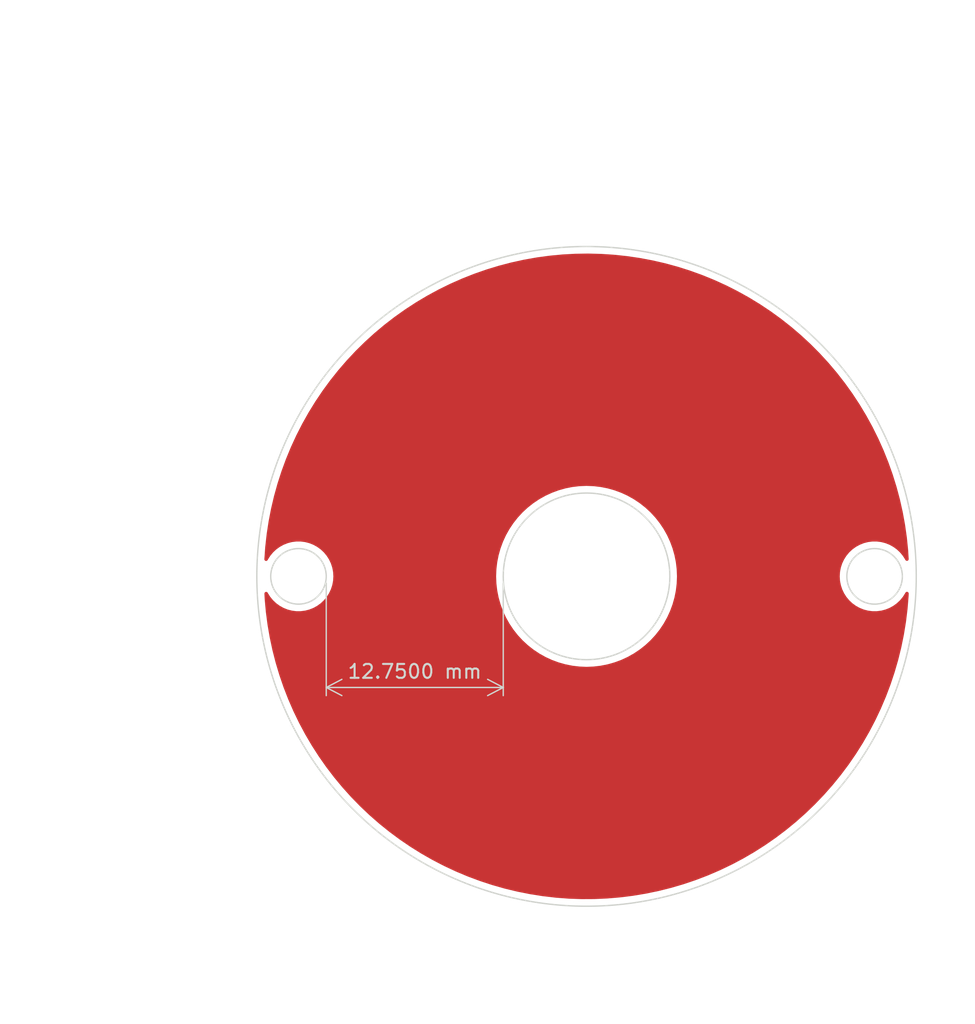
<source format=kicad_pcb>
(kicad_pcb (version 20211014) (generator pcbnew)

  (general
    (thickness 1.6)
  )

  (paper "A4")
  (layers
    (0 "F.Cu" signal)
    (31 "B.Cu" signal)
    (32 "B.Adhes" user "B.Adhesive")
    (33 "F.Adhes" user "F.Adhesive")
    (34 "B.Paste" user)
    (35 "F.Paste" user)
    (36 "B.SilkS" user "B.Silkscreen")
    (37 "F.SilkS" user "F.Silkscreen")
    (38 "B.Mask" user)
    (39 "F.Mask" user)
    (40 "Dwgs.User" user "User.Drawings")
    (41 "Cmts.User" user "User.Comments")
    (42 "Eco1.User" user "User.Eco1")
    (43 "Eco2.User" user "User.Eco2")
    (44 "Edge.Cuts" user)
    (45 "Margin" user)
    (46 "B.CrtYd" user "B.Courtyard")
    (47 "F.CrtYd" user "F.Courtyard")
    (48 "B.Fab" user)
    (49 "F.Fab" user)
    (50 "User.1" user)
    (51 "User.2" user)
    (52 "User.3" user)
    (53 "User.4" user)
    (54 "User.5" user)
    (55 "User.6" user)
    (56 "User.7" user)
    (57 "User.8" user)
    (58 "User.9" user)
  )

  (setup
    (pad_to_mask_clearance 0)
    (pcbplotparams
      (layerselection 0x00010fc_ffffffff)
      (disableapertmacros false)
      (usegerberextensions false)
      (usegerberattributes true)
      (usegerberadvancedattributes true)
      (creategerberjobfile true)
      (svguseinch false)
      (svgprecision 6)
      (excludeedgelayer true)
      (plotframeref false)
      (viasonmask false)
      (mode 1)
      (useauxorigin false)
      (hpglpennumber 1)
      (hpglpenspeed 20)
      (hpglpendiameter 15.000000)
      (dxfpolygonmode true)
      (dxfimperialunits true)
      (dxfusepcbnewfont true)
      (psnegative false)
      (psa4output false)
      (plotreference true)
      (plotvalue true)
      (plotinvisibletext false)
      (sketchpadsonfab false)
      (subtractmaskfromsilk false)
      (outputformat 1)
      (mirror false)
      (drillshape 1)
      (scaleselection 1)
      (outputdirectory "")
    )
  )

  (net 0 "")

  (gr_circle (center 129.25 84.5) (end 131.25 84.5) (layer "Edge.Cuts") (width 0.1) (fill none) (tstamp 16a6fd43-9f0e-44ac-9133-5182c45db8d2))
  (gr_circle (center 170.75 84.5) (end 172.75 84.5) (layer "Edge.Cuts") (width 0.1) (fill none) (tstamp 30a8d4e5-202c-4d57-80d8-c5f2ad3ce2dd))
  (gr_circle (center 150 84.5) (end 144 84.5) (layer "Edge.Cuts") (width 0.1) (fill none) (tstamp b9a9d7d2-4f0b-4e9a-bedb-ef3db267ac8e))
  (gr_circle (center 150 84.5) (end 173.75 84.5) (layer "Edge.Cuts") (width 0.1) (fill none) (tstamp ebadd2a5-21ab-4a7e-b5bc-6f737367e560))
  (gr_line (start 150 84.5) (end 124 84.5) (layer "User.1") (width 0.15) (tstamp 6c1474f6-d415-4c7b-8b59-fc1f9a710de3))
  (gr_line (start 150 84.5) (end 177 84.5) (layer "User.1") (width 0.15) (tstamp 9510165e-3a21-421a-9d20-c6065294b8e2))
  (dimension (type aligned) (layer "Edge.Cuts") (tstamp bc9d2462-5a93-4cbc-995b-c6246bf109ef)
    (pts (xy 131.25 84.5) (xy 144 84.5))
    (height 8)
    (gr_text "12,7500 mm" (at 137.625 91.35) (layer "Edge.Cuts") (tstamp 770267bd-6b08-4ce9-9859-255364603a92)
      (effects (font (size 1 1) (thickness 0.15)))
    )
    (format (units 3) (units_format 1) (precision 4))
    (style (thickness 0.1) (arrow_length 1.27) (text_position_mode 0) (extension_height 0.58642) (extension_offset 0.5) keep_text_aligned)
  )
  (dimension (type aligned) (layer "User.1") (tstamp 17a5c135-13b9-43c9-ab34-a5d32bfab494)
    (pts (xy 126.25 84.5) (xy 150 84.5))
    (height -32.5)
    (gr_text "23,7500 mm" (at 138.125 50.85) (layer "User.1") (tstamp ea41d734-15a4-4b77-8914-ba79d2370ec5)
      (effects (font (size 1 1) (thickness 0.15)))
    )
    (format (units 3) (units_format 1) (precision 4))
    (style (thickness 0.15) (arrow_length 1.27) (text_position_mode 0) (extension_height 0.58642) (extension_offset 0.5) keep_text_aligned)
  )
  (dimension (type aligned) (layer "User.1") (tstamp 7fd315ac-f7ff-493a-b66d-c21006776546)
    (pts (xy 126.25 84.5) (xy 173.75 84.5))
    (height -39.5)
    (gr_text "47,5000 mm" (at 150 43.85) (layer "User.1") (tstamp 9aaaa8fa-18b5-4eb7-81f6-7a4bacda9721)
      (effects (font (size 1 1) (thickness 0.15)))
    )
    (format (units 3) (units_format 1) (precision 4))
    (style (thickness 0.15) (arrow_length 1.27) (text_position_mode 0) (extension_height 0.58642) (extension_offset 0.5) keep_text_aligned)
  )
  (dimension (type aligned) (layer "User.1") (tstamp 8cbb6c57-e33d-447e-ba35-edd9102428e5)
    (pts (xy 126.25 84.5) (xy 129.25 84.5))
    (height -6)
    (gr_text "3,0000 mm" (at 127.75 77.35) (layer "User.1") (tstamp 0868def6-5403-4cbf-93a7-6389dbc95ce3)
      (effects (font (size 1 1) (thickness 0.15)))
    )
    (format (units 3) (units_format 1) (precision 4))
    (style (thickness 0.15) (arrow_length 1.27) (text_position_mode 0) (extension_height 0.58642) (extension_offset 0.5) keep_text_aligned)
  )
  (dimension (type aligned) (layer "User.1") (tstamp db41e836-6945-404a-8e36-2d5f7579c882)
    (pts (xy 173.75 84.5) (xy 170.75 84.5))
    (height 6.5)
    (gr_text "3,0000 mm" (at 172.25 76.85) (layer "User.1") (tstamp c07aea70-6106-44bf-96ff-8e775e4243b1)
      (effects (font (size 1 1) (thickness 0.15)))
    )
    (format (units 3) (units_format 1) (precision 4))
    (style (thickness 0.15) (arrow_length 1.27) (text_position_mode 0) (extension_height 0.58642) (extension_offset 0.5) keep_text_aligned)
  )

  (zone (net 0) (net_name "") (layer "F.Cu") (tstamp ceac91c3-af64-4ba0-b5a6-2d0e1d64c41c) (hatch edge 0.508)
    (connect_pads (clearance 0.508))
    (min_thickness 0.254) (filled_areas_thickness no)
    (fill yes (thermal_gap 0.508) (thermal_bridge_width 0.508))
    (polygon
      (pts
        (xy 178 107.75)
        (xy 125.5 116.75)
        (xy 107.75 82)
        (xy 120 58.75)
        (xy 176.75 58.25)
      )
    )
    (filled_polygon
      (layer "F.Cu")
      (island)
      (pts
        (xy 150.12421 61.258383)
        (xy 150.570068 61.269668)
        (xy 151.051829 61.281863)
        (xy 151.056847 61.282091)
        (xy 151.471112 61.309244)
        (xy 151.982736 61.342778)
        (xy 151.987775 61.34321)
        (xy 152.910482 61.441004)
        (xy 152.9155 61.441638)
        (xy 153.41656 61.515181)
        (xy 153.83353 61.576382)
        (xy 153.838491 61.577212)
        (xy 154.183073 61.64201)
        (xy 154.750427 61.7487)
        (xy 154.755378 61.749735)
        (xy 155.659634 61.957668)
        (xy 155.664539 61.9589)
        (xy 156.559739 62.20296)
        (xy 156.564591 62.204388)
        (xy 157.449268 62.484174)
        (xy 157.454058 62.485795)
        (xy 158.326817 62.800868)
        (xy 158.331539 62.802681)
        (xy 159.190917 63.152512)
        (xy 159.195562 63.154512)
        (xy 160.040249 63.538568)
        (xy 160.04481 63.540754)
        (xy 160.459081 63.749563)
        (xy 160.873364 63.95838)
        (xy 160.87781 63.960732)
        (xy 161.014867 64.036861)
        (xy 161.688979 64.411297)
        (xy 161.69335 64.413841)
        (xy 162.485761 64.896583)
        (xy 162.490027 64.899301)
        (xy 163.262413 65.413444)
        (xy 163.266561 65.416326)
        (xy 163.5074 65.590985)
        (xy 164.017714 65.96107)
        (xy 164.021741 65.964116)
        (xy 164.750437 66.538573)
        (xy 164.754311 66.541755)
        (xy 165.459372 67.144999)
        (xy 165.463148 67.148364)
        (xy 166.143393 67.779382)
        (xy 166.147031 67.782895)
        (xy 166.801414 68.440714)
        (xy 166.804909 68.444371)
        (xy 167.432371 69.127927)
        (xy 167.435712 69.131716)
        (xy 167.970379 69.763289)
        (xy 168.035234 69.839899)
        (xy 168.038418 69.843816)
        (xy 168.609041 70.575496)
        (xy 168.612071 70.579546)
        (xy 169.152874 71.333541)
        (xy 169.155738 71.337709)
        (xy 169.665834 72.112782)
        (xy 169.668529 72.117062)
        (xy 170.147097 72.911961)
        (xy 170.149619 72.916345)
        (xy 170.595934 73.729869)
        (xy 170.598273 73.734343)
        (xy 170.90349 74.347853)
        (xy 171.011562 74.565087)
        (xy 171.013723 74.56966)
        (xy 171.393342 75.416326)
        (xy 171.395318 75.420982)
        (xy 171.740646 76.282184)
        (xy 171.742434 76.286915)
        (xy 171.971065 76.930761)
        (xy 172.052925 77.161288)
        (xy 172.054522 77.166087)
        (xy 172.329682 78.052249)
        (xy 172.331084 78.057108)
        (xy 172.44028 78.466057)
        (xy 172.568996 78.948112)
        (xy 172.570454 78.953573)
        (xy 172.571645 78.95842)
        (xy 172.774858 79.863831)
        (xy 172.775861 79.868762)
        (xy 172.942569 80.781566)
        (xy 172.943377 80.786558)
        (xy 173.07331 81.705266)
        (xy 173.073918 81.710287)
        (xy 173.108938 82.058064)
        (xy 173.158891 82.55414)
        (xy 173.166881 82.633492)
        (xy 173.167286 82.638521)
        (xy 173.187702 82.977177)
        (xy 173.204438 83.254781)
        (xy 173.188571 83.323982)
        (xy 173.13781 83.373619)
        (xy 173.068272 83.387934)
        (xy 173.002033 83.36238)
        (xy 172.964658 83.316012)
        (xy 172.95381 83.292959)
        (xy 172.952123 83.289373)
        (xy 172.783027 83.02292)
        (xy 172.581868 82.779761)
        (xy 172.35182 82.563732)
        (xy 172.096511 82.378239)
        (xy 171.819966 82.226207)
        (xy 171.660362 82.163015)
        (xy 171.53023 82.111492)
        (xy 171.530227 82.111491)
        (xy 171.526547 82.110034)
        (xy 171.522708 82.109048)
        (xy 171.522704 82.109047)
        (xy 171.380616 82.072565)
        (xy 171.220882 82.031552)
        (xy 171.216954 82.031056)
        (xy 171.21695 82.031055)
        (xy 171.031081 82.007575)
        (xy 170.90779 81.992)
        (xy 170.59221 81.992)
        (xy 170.468919 82.007575)
        (xy 170.28305 82.031055)
        (xy 170.283046 82.031056)
        (xy 170.279118 82.031552)
        (xy 170.119384 82.072565)
        (xy 169.977296 82.109047)
        (xy 169.977292 82.109048)
        (xy 169.973453 82.110034)
        (xy 169.969773 82.111491)
        (xy 169.96977 82.111492)
        (xy 169.839638 82.163015)
        (xy 169.680034 82.226207)
        (xy 169.403489 82.378239)
        (xy 169.14818 82.563732)
        (xy 168.918132 82.779761)
        (xy 168.716973 83.02292)
        (xy 168.547877 83.289373)
        (xy 168.546193 83.292952)
        (xy 168.546189 83.292959)
        (xy 168.458781 83.478712)
        (xy 168.41351 83.574918)
        (xy 168.31599 83.875053)
        (xy 168.256856 84.185043)
        (xy 168.239334 84.463547)
        (xy 168.237041 84.5)
        (xy 168.256856 84.814957)
        (xy 168.31599 85.124947)
        (xy 168.41351 85.425082)
        (xy 168.415197 85.428668)
        (xy 168.415199 85.428672)
        (xy 168.546189 85.707041)
        (xy 168.546193 85.707048)
        (xy 168.547877 85.710627)
        (xy 168.716973 85.97708)
        (xy 168.918132 86.220239)
        (xy 169.14818 86.436268)
        (xy 169.403489 86.621761)
        (xy 169.680034 86.773793)
        (xy 169.839638 86.836985)
        (xy 169.96977 86.888508)
        (xy 169.969773 86.888509)
        (xy 169.973453 86.889966)
        (xy 169.977292 86.890952)
        (xy 169.977296 86.890953)
        (xy 170.119384 86.927435)
        (xy 170.279118 86.968448)
        (xy 170.283046 86.968944)
        (xy 170.28305 86.968945)
        (xy 170.435664 86.988224)
        (xy 170.59221 87.008)
        (xy 170.90779 87.008)
        (xy 171.064336 86.988224)
        (xy 171.21695 86.968945)
        (xy 171.216954 86.968944)
        (xy 171.220882 86.968448)
        (xy 171.380616 86.927435)
        (xy 171.522704 86.890953)
        (xy 171.522708 86.890952)
        (xy 171.526547 86.889966)
        (xy 171.530227 86.888509)
        (xy 171.53023 86.888508)
        (xy 171.660362 86.836985)
        (xy 171.819966 86.773793)
        (xy 172.096511 86.621761)
        (xy 172.35182 86.436268)
        (xy 172.581868 86.220239)
        (xy 172.783027 85.97708)
        (xy 172.952123 85.710627)
        (xy 172.9661 85.680925)
        (xy 173.013201 85.627805)
        (xy 173.081546 85.608582)
        (xy 173.149434 85.629361)
        (xy 173.195311 85.683544)
        (xy 173.206001 85.739741)
        (xy 173.198752 85.916369)
        (xy 173.198443 85.921417)
        (xy 173.123222 86.846229)
        (xy 173.122711 86.85126)
        (xy 173.010438 87.772297)
        (xy 173.009726 87.777305)
        (xy 172.860574 88.693132)
        (xy 172.859661 88.698106)
        (xy 172.67388 89.607189)
        (xy 172.672768 89.612123)
        (xy 172.450653 90.513018)
        (xy 172.449344 90.517903)
        (xy 172.191255 91.409156)
        (xy 172.189751 91.413985)
        (xy 171.896098 92.294171)
        (xy 171.894406 92.298923)
        (xy 171.823021 92.487339)
        (xy 171.565667 93.166613)
        (xy 171.563781 93.171305)
        (xy 171.200483 94.025111)
        (xy 171.198409 94.029725)
        (xy 170.801152 94.868233)
        (xy 170.798896 94.872759)
        (xy 170.368289 95.694688)
        (xy 170.365856 95.699113)
        (xy 170.263705 95.876401)
        (xy 169.902629 96.503065)
        (xy 169.900017 96.507396)
        (xy 169.404882 97.292136)
        (xy 169.402098 97.296358)
        (xy 168.87587 98.060595)
        (xy 168.872918 98.064702)
        (xy 168.316456 98.807189)
        (xy 168.313342 98.811174)
        (xy 167.727544 99.530714)
        (xy 167.724273 99.534572)
        (xy 167.142761 100.193009)
        (xy 167.110048 100.230049)
        (xy 167.10663 100.233766)
        (xy 166.785801 100.568909)
        (xy 166.464978 100.904046)
        (xy 166.461408 100.907628)
        (xy 165.793404 101.551587)
        (xy 165.789697 101.55502)
        (xy 165.541429 101.775831)
        (xy 165.096351 102.171684)
        (xy 165.09251 102.174964)
        (xy 164.762433 102.44561)
        (xy 164.375004 102.763282)
        (xy 164.371029 102.76641)
        (xy 163.6305 103.325452)
        (xy 163.626404 103.328418)
        (xy 162.863985 103.857326)
        (xy 162.859772 103.860124)
        (xy 162.684469 103.97159)
        (xy 162.076785 104.357983)
        (xy 162.072495 104.360591)
        (xy 161.270137 104.826638)
        (xy 161.265723 104.829085)
        (xy 160.445302 105.26256)
        (xy 160.440793 105.264827)
        (xy 159.603668 105.665013)
        (xy 159.599067 105.667101)
        (xy 159.236972 105.822669)
        (xy 158.746511 106.033387)
        (xy 158.741832 106.035286)
        (xy 157.875324 106.367041)
        (xy 157.870565 106.368755)
        (xy 156.991407 106.665478)
        (xy 156.986584 106.666999)
        (xy 156.096225 106.928202)
        (xy 156.09135 106.929526)
        (xy 155.191212 107.154791)
        (xy 155.186318 107.155912)
        (xy 154.776477 107.241159)
        (xy 154.277866 107.344869)
        (xy 154.272895 107.345799)
        (xy 153.357618 107.498143)
        (xy 153.352613 107.498873)
        (xy 152.431969 107.614362)
        (xy 152.426939 107.614891)
        (xy 151.77612 107.670114)
        (xy 151.502368 107.693342)
        (xy 151.497327 107.693668)
        (xy 150.570389 107.734949)
        (xy 150.565336 107.735073)
        (xy 150.263554 107.73639)
        (xy 149.637446 107.739122)
        (xy 149.632389 107.739042)
        (xy 149.597181 107.737782)
        (xy 148.705122 107.70585)
        (xy 148.700095 107.70557)
        (xy 148.301802 107.675272)
        (xy 147.774868 107.635189)
        (xy 147.769834 107.634704)
        (xy 146.848222 107.527255)
        (xy 146.843211 107.526569)
        (xy 145.926623 107.382216)
        (xy 145.921644 107.381329)
        (xy 145.011606 107.200311)
        (xy 145.006666 107.199225)
        (xy 144.104603 106.981826)
        (xy 144.099711 106.980542)
        (xy 143.207149 106.727131)
        (xy 143.202312 106.725653)
        (xy 142.320576 106.436606)
        (xy 142.315803 106.434934)
        (xy 141.44642 106.110749)
        (xy 141.441717 106.108887)
        (xy 141.194485 106.005214)
        (xy 140.586022 105.750064)
        (xy 140.58142 105.748025)
        (xy 139.740802 105.355145)
        (xy 139.736274 105.352917)
        (xy 139.712993 105.340875)
        (xy 138.912108 104.926622)
        (xy 138.907688 104.924221)
        (xy 138.101297 104.465196)
        (xy 138.096956 104.462609)
        (xy 137.929178 104.357973)
        (xy 137.309616 103.971579)
        (xy 137.305437 103.968855)
        (xy 136.538428 103.446617)
        (xy 136.534336 103.443709)
        (xy 135.788905 102.891111)
        (xy 135.784936 102.888044)
        (xy 135.633924 102.76641)
        (xy 135.062287 102.305981)
        (xy 135.058421 102.302737)
        (xy 134.912215 102.174968)
        (xy 134.359742 101.692165)
        (xy 134.356007 101.688767)
        (xy 133.682396 101.050649)
        (xy 133.678795 101.047098)
        (xy 133.031335 100.382463)
        (xy 133.027879 100.37877)
        (xy 132.895915 100.231951)
        (xy 132.407611 99.688682)
        (xy 132.404306 99.684853)
        (xy 131.812231 98.970427)
        (xy 131.809083 98.966469)
        (xy 131.246164 98.22887)
        (xy 131.243177 98.224789)
        (xy 130.710295 97.465166)
        (xy 130.707498 97.461004)
        (xy 130.205528 96.680602)
        (xy 130.202878 96.676294)
        (xy 129.732644 95.876401)
        (xy 129.730169 95.87199)
        (xy 129.29242 95.053878)
        (xy 129.290124 95.049372)
        (xy 128.885561 94.214354)
        (xy 128.883447 94.209759)
        (xy 128.512709 93.35915)
        (xy 128.510782 93.354474)
        (xy 128.174486 92.489691)
        (xy 128.172748 92.484942)
        (xy 128.107247 92.294171)
        (xy 127.871426 91.60735)
        (xy 127.869885 91.602549)
        (xy 127.604028 90.713585)
        (xy 127.602676 90.708711)
        (xy 127.55324 90.515472)
        (xy 127.372703 89.80977)
        (xy 127.371551 89.804859)
        (xy 127.364222 89.770525)
        (xy 127.177838 88.897402)
        (xy 127.176886 88.892456)
        (xy 127.174733 88.879922)
        (xy 127.019751 87.977985)
        (xy 127.018995 87.972984)
        (xy 126.898687 87.052953)
        (xy 126.898132 87.047926)
        (xy 126.814844 86.123804)
        (xy 126.814491 86.118759)
        (xy 126.795869 85.744708)
        (xy 126.812459 85.675677)
        (xy 126.863737 85.626574)
        (xy 126.933421 85.612988)
        (xy 126.999389 85.639234)
        (xy 127.03572 85.684791)
        (xy 127.047877 85.710627)
        (xy 127.216973 85.97708)
        (xy 127.418132 86.220239)
        (xy 127.64818 86.436268)
        (xy 127.903489 86.621761)
        (xy 128.180034 86.773793)
        (xy 128.339638 86.836985)
        (xy 128.46977 86.888508)
        (xy 128.469773 86.888509)
        (xy 128.473453 86.889966)
        (xy 128.477292 86.890952)
        (xy 128.477296 86.890953)
        (xy 128.619384 86.927435)
        (xy 128.779118 86.968448)
        (xy 128.783046 86.968944)
        (xy 128.78305 86.968945)
        (xy 128.935664 86.988224)
        (xy 129.09221 87.008)
        (xy 129.40779 87.008)
        (xy 129.564336 86.988224)
        (xy 129.71695 86.968945)
        (xy 129.716954 86.968944)
        (xy 129.720882 86.968448)
        (xy 129.880616 86.927435)
        (xy 130.022704 86.890953)
        (xy 130.022708 86.890952)
        (xy 130.026547 86.889966)
        (xy 130.030227 86.888509)
        (xy 130.03023 86.888508)
        (xy 130.160362 86.836985)
        (xy 130.319966 86.773793)
        (xy 130.596511 86.621761)
        (xy 130.85182 86.436268)
        (xy 131.081868 86.220239)
        (xy 131.283027 85.97708)
        (xy 131.452123 85.710627)
        (xy 131.453807 85.707048)
        (xy 131.453811 85.707041)
        (xy 131.584801 85.428672)
        (xy 131.584803 85.428668)
        (xy 131.58649 85.425082)
        (xy 131.68401 85.124947)
        (xy 131.743144 84.814957)
        (xy 131.762959 84.5)
        (xy 143.486979 84.5)
        (xy 143.496015 84.729981)
        (xy 143.507056 85.011006)
        (xy 143.507345 85.013451)
        (xy 143.507346 85.013459)
        (xy 143.52008 85.121046)
        (xy 143.567165 85.518861)
        (xy 143.567648 85.521288)
        (xy 143.659133 85.981216)
        (xy 143.666934 86.020435)
        (xy 143.667604 86.022811)
        (xy 143.667607 86.022823)
        (xy 143.72405 86.222954)
        (xy 143.805749 86.512634)
        (xy 143.982753 86.992425)
        (xy 143.983783 86.99466)
        (xy 143.983785 86.994664)
        (xy 144.195819 87.454602)
        (xy 144.195826 87.454615)
        (xy 144.196856 87.45685)
        (xy 144.446737 87.903044)
        (xy 144.496811 87.977985)
        (xy 144.684935 88.259533)
        (xy 144.730855 88.328258)
        (xy 145.04746 88.729869)
        (xy 145.049137 88.731683)
        (xy 145.049142 88.731689)
        (xy 145.186168 88.879922)
        (xy 145.394599 89.105401)
        (xy 145.396398 89.107064)
        (xy 145.428836 89.137049)
        (xy 145.770131 89.45254)
        (xy 145.772074 89.454072)
        (xy 145.772079 89.454076)
        (xy 145.910086 89.562872)
        (xy 146.171742 89.769145)
        (xy 146.173803 89.770522)
        (xy 146.173807 89.770525)
        (xy 146.232561 89.809783)
        (xy 146.596956 90.053263)
        (xy 147.04315 90.303144)
        (xy 147.045385 90.304174)
        (xy 147.045398 90.304181)
        (xy 147.505336 90.516215)
        (xy 147.507575 90.517247)
        (xy 147.987366 90.694251)
        (xy 147.98975 90.694923)
        (xy 147.989755 90.694925)
        (xy 148.477177 90.832393)
        (xy 148.477189 90.832396)
        (xy 148.479565 90.833066)
        (xy 148.481985 90.833547)
        (xy 148.481996 90.83355)
        (xy 148.8043 90.89766)
        (xy 148.981139 90.932835)
        (xy 149.180838 90.956471)
        (xy 149.486541 90.992654)
        (xy 149.486549 90.992655)
        (xy 149.488994 90.992944)
        (xy 150 91.013021)
        (xy 150.511006 90.992944)
        (xy 150.513451 90.992655)
        (xy 150.513459 90.992654)
        (xy 150.819162 90.956471)
        (xy 151.018861 90.932835)
        (xy 151.1957 90.89766)
        (xy 151.518004 90.83355)
        (xy 151.518015 90.833547)
        (xy 151.520435 90.833066)
        (xy 151.522811 90.832396)
        (xy 151.522823 90.832393)
        (xy 152.010245 90.694925)
        (xy 152.01025 90.694923)
        (xy 152.012634 90.694251)
        (xy 152.492425 90.517247)
        (xy 152.494664 90.516215)
        (xy 152.954602 90.304181)
        (xy 152.954615 90.304174)
        (xy 152.95685 90.303144)
        (xy 153.403044 90.053263)
        (xy 153.767439 89.809783)
        (xy 153.826193 89.770525)
        (xy 153.826197 89.770522)
        (xy 153.828258 89.769145)
        (xy 154.089914 89.562872)
        (xy 154.227921 89.454076)
        (xy 154.227926 89.454072)
        (xy 154.229869 89.45254)
        (xy 154.571165 89.137049)
        (xy 154.603602 89.107064)
        (xy 154.605401 89.105401)
        (xy 154.813832 88.879922)
        (xy 154.950858 88.731689)
        (xy 154.950863 88.731683)
        (xy 154.95254 88.729869)
        (xy 155.269145 88.328258)
        (xy 155.315066 88.259533)
        (xy 155.503189 87.977985)
        (xy 155.553263 87.903044)
        (xy 155.803144 87.45685)
        (xy 155.804174 87.454615)
        (xy 155.804181 87.454602)
        (xy 156.016215 86.994664)
        (xy 156.016217 86.99466)
        (xy 156.017247 86.992425)
        (xy 156.194251 86.512634)
        (xy 156.27595 86.222954)
        (xy 156.332393 86.022823)
        (xy 156.332396 86.022811)
        (xy 156.333066 86.020435)
        (xy 156.340868 85.981216)
        (xy 156.432352 85.521288)
        (xy 156.432835 85.518861)
        (xy 156.47992 85.121046)
        (xy 156.492654 85.013459)
        (xy 156.492655 85.013451)
        (xy 156.492944 85.011006)
        (xy 156.513021 84.5)
        (xy 156.492944 83.988994)
        (xy 156.49245 83.984815)
        (xy 156.444381 83.578691)
        (xy 156.432835 83.481139)
        (xy 156.361911 83.12458)
        (xy 156.33355 82.981996)
        (xy 156.333547 82.981985)
        (xy 156.333066 82.979565)
        (xy 156.314191 82.912637)
        (xy 156.194925 82.489755)
        (xy 156.194923 82.48975)
        (xy 156.194251 82.487366)
        (xy 156.017247 82.007575)
        (xy 156.010067 81.992)
        (xy 155.804181 81.545398)
        (xy 155.804174 81.545385)
        (xy 155.803144 81.54315)
        (xy 155.553263 81.096956)
        (xy 155.342527 80.781566)
        (xy 155.270525 80.673807)
        (xy 155.270522 80.673803)
        (xy 155.269145 80.671742)
        (xy 154.95254 80.270131)
        (xy 154.818806 80.125458)
        (xy 154.607064 79.896398)
        (xy 154.605401 79.894599)
        (xy 154.572089 79.863806)
        (xy 154.231689 79.549142)
        (xy 154.231683 79.549137)
        (xy 154.229869 79.54746)
        (xy 154.208597 79.53069)
        (xy 154.029063 79.389157)
        (xy 153.828258 79.230855)
        (xy 153.403044 78.946737)
        (xy 152.95685 78.696856)
        (xy 152.954615 78.695826)
        (xy 152.954602 78.695819)
        (xy 152.494664 78.483785)
        (xy 152.49466 78.483783)
        (xy 152.492425 78.482753)
        (xy 152.012634 78.305749)
        (xy 152.01025 78.305077)
        (xy 152.010245 78.305075)
        (xy 151.522823 78.167607)
        (xy 151.522811 78.167604)
        (xy 151.520435 78.166934)
        (xy 151.518015 78.166453)
        (xy 151.518004 78.16645)
        (xy 151.1957 78.10234)
        (xy 151.018861 78.067165)
        (xy 150.819162 78.043529)
        (xy 150.513459 78.007346)
        (xy 150.513451 78.007345)
        (xy 150.511006 78.007056)
        (xy 150 77.986979)
        (xy 149.488994 78.007056)
        (xy 149.486549 78.007345)
        (xy 149.486541 78.007346)
        (xy 149.180838 78.043529)
        (xy 148.981139 78.067165)
        (xy 148.8043 78.10234)
        (xy 148.481996 78.16645)
        (xy 148.481985 78.166453)
        (xy 148.479565 78.166934)
        (xy 148.477189 78.167604)
        (xy 148.477177 78.167607)
        (xy 147.989755 78.305075)
        (xy 147.98975 78.305077)
        (xy 147.987366 78.305749)
        (xy 147.507575 78.482753)
        (xy 147.50534 78.483783)
        (xy 147.505336 78.483785)
        (xy 147.045398 78.695819)
        (xy 147.045385 78.695826)
        (xy 147.04315 78.696856)
        (xy 146.596956 78.946737)
        (xy 146.171742 79.230855)
        (xy 145.970937 79.389157)
        (xy 145.791404 79.53069)
        (xy 145.770131 79.54746)
        (xy 145.768317 79.549137)
        (xy 145.768311 79.549142)
        (xy 145.427911 79.863806)
        (xy 145.394599 79.894599)
        (xy 145.392936 79.896398)
        (xy 145.181195 80.125458)
        (xy 145.04746 80.270131)
        (xy 144.730855 80.671742)
        (xy 144.729478 80.673803)
        (xy 144.729475 80.673807)
        (xy 144.657473 80.781566)
        (xy 144.446737 81.096956)
        (xy 144.196856 81.54315)
        (xy 144.195826 81.545385)
        (xy 144.195819 81.545398)
        (xy 143.989933 81.992)
        (xy 143.982753 82.007575)
        (xy 143.805749 82.487366)
        (xy 143.805077 82.48975)
        (xy 143.805075 82.489755)
        (xy 143.68581 82.912637)
        (xy 143.666934 82.979565)
        (xy 143.666453 82.981985)
        (xy 143.66645 82.981996)
        (xy 143.638089 83.12458)
        (xy 143.567165 83.481139)
        (xy 143.555619 83.578691)
        (xy 143.507551 83.984815)
        (xy 143.507056 83.988994)
        (xy 143.486979 84.5)
        (xy 131.762959 84.5)
        (xy 131.743144 84.185043)
        (xy 131.68401 83.875053)
        (xy 131.58649 83.574918)
        (xy 131.541219 83.478712)
        (xy 131.453811 83.292959)
        (xy 131.453807 83.292952)
        (xy 131.452123 83.289373)
        (xy 131.283027 83.02292)
        (xy 131.081868 82.779761)
        (xy 130.85182 82.563732)
        (xy 130.596511 82.378239)
        (xy 130.319966 82.226207)
        (xy 130.160362 82.163015)
        (xy 130.03023 82.111492)
        (xy 130.030227 82.111491)
        (xy 130.026547 82.110034)
        (xy 130.022708 82.109048)
        (xy 130.022704 82.109047)
        (xy 129.880616 82.072565)
        (xy 129.720882 82.031552)
        (xy 129.716954 82.031056)
        (xy 129.71695 82.031055)
        (xy 129.531081 82.007575)
        (xy 129.40779 81.992)
        (xy 129.09221 81.992)
        (xy 128.968919 82.007575)
        (xy 128.78305 82.031055)
        (xy 128.783046 82.031056)
        (xy 128.779118 82.031552)
        (xy 128.619384 82.072565)
        (xy 128.477296 82.109047)
        (xy 128.477292 82.109048)
        (xy 128.473453 82.110034)
        (xy 128.469773 82.111491)
        (xy 128.46977 82.111492)
        (xy 128.339638 82.163015)
        (xy 128.180034 82.226207)
        (xy 127.903489 82.378239)
        (xy 127.64818 82.563732)
        (xy 127.418132 82.779761)
        (xy 127.216973 83.02292)
        (xy 127.047877 83.289373)
        (xy 127.035342 83.316012)
        (xy 127.03195 83.32322)
        (xy 126.984847 83.376341)
        (xy 126.916502 83.395563)
        (xy 126.848614 83.374783)
        (xy 126.802738 83.3206)
        (xy 126.792257 83.260672)
        (xy 126.806643 83.0575)
        (xy 126.819797 82.871711)
        (xy 126.853476 82.396051)
        (xy 126.853934 82.391014)
        (xy 126.956559 81.468826)
        (xy 126.957219 81.463812)
        (xy 127.09677 80.546489)
        (xy 127.097631 80.541505)
        (xy 127.273881 79.630531)
        (xy 127.274941 79.625586)
        (xy 127.487611 78.722409)
        (xy 127.488869 78.71751)
        (xy 127.686483 78.007346)
        (xy 127.737613 77.823601)
        (xy 127.739063 77.818766)
        (xy 128.023485 76.935543)
        (xy 128.025132 76.930761)
        (xy 128.344756 76.059701)
        (xy 128.346593 76.054988)
        (xy 128.400854 75.923668)
        (xy 128.700937 75.197412)
        (xy 128.70296 75.192782)
        (xy 129.091416 74.350157)
        (xy 129.093625 74.345607)
        (xy 129.515597 73.519224)
        (xy 129.517987 73.514767)
        (xy 129.972775 72.705999)
        (xy 129.975342 72.701641)
        (xy 130.462228 71.911764)
        (xy 130.464968 71.907513)
        (xy 130.983149 71.13783)
        (xy 130.986057 71.133692)
        (xy 131.262016 70.757331)
        (xy 131.534724 70.385404)
        (xy 131.537791 70.381393)
        (xy 132.116036 69.655741)
        (xy 132.119266 69.65185)
        (xy 132.726178 68.949974)
        (xy 132.729563 68.946215)
        (xy 133.200003 68.444371)
        (xy 133.364148 68.269268)
        (xy 133.367676 68.265653)
        (xy 134.0289 67.614735)
        (xy 134.032575 67.611259)
        (xy 134.719421 66.987374)
        (xy 134.723232 66.98405)
        (xy 135.434542 66.388246)
        (xy 135.438484 66.385077)
        (xy 136.17311 65.818317)
        (xy 136.177175 65.815308)
        (xy 136.933991 65.278459)
        (xy 136.938174 65.275616)
        (xy 137.516543 64.899301)
        (xy 137.715939 64.769564)
        (xy 137.720224 64.766898)
        (xy 138.517637 64.292488)
        (xy 138.522035 64.28999)
        (xy 139.337834 63.847968)
        (xy 139.342328 63.845648)
        (xy 139.965655 63.539608)
        (xy 140.175243 63.436705)
        (xy 140.179793 63.434583)
        (xy 140.815662 63.153469)
        (xy 141.028468 63.059389)
        (xy 141.033133 63.057438)
        (xy 141.896139 62.71662)
        (xy 141.90088 62.714857)
        (xy 142.486562 62.510327)
        (xy 142.776898 62.408937)
        (xy 142.781612 62.407395)
        (xy 143.669272 62.136857)
        (xy 143.674091 62.135494)
        (xy 143.746628 62.116532)
        (xy 144.571855 61.900807)
        (xy 144.576727 61.899638)
        (xy 145.029934 61.800409)
        (xy 145.483118 61.701185)
        (xy 145.488079 61.700202)
        (xy 146.186742 61.57638)
        (xy 146.401751 61.538275)
        (xy 146.406731 61.537495)
        (xy 147.326137 61.412369)
        (xy 147.331151 61.41179)
        (xy 148.254813 61.323664)
        (xy 148.259842 61.323286)
        (xy 149.186368 61.272295)
        (xy 149.191394 61.272121)
        (xy 149.643636 61.265411)
        (xy 150.119153 61.258357)
      )
    )
  )
)

</source>
